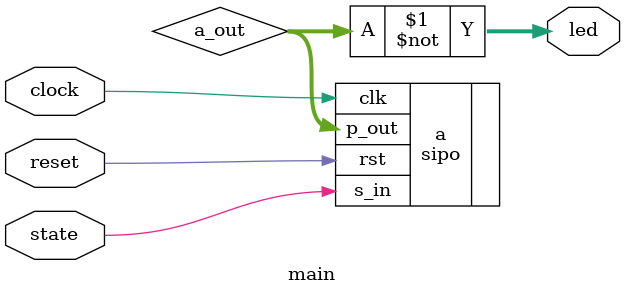
<source format=v>
module main (
    input wire clock,
    input wire reset,
    input wire state,      // Input signal (e.g., from a switch or button)
    output wire[5:0] led        // Output signal (e.g., to an LED)
);
    wire [5:0] a_out;

    sipo #(.WIDTH(6)) a
       (.clk(clock),
        .rst(reset),
        .s_in(state),
        .p_out(a_out)
       );
    
    assign led = ~a_out;

endmodule

</source>
